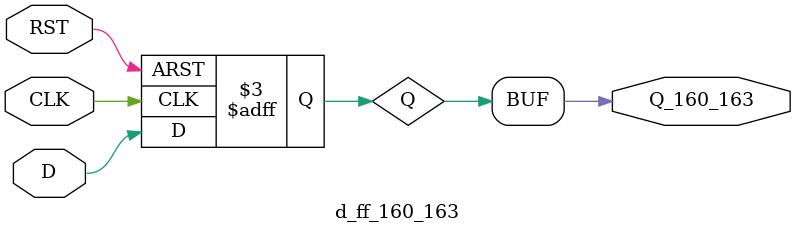
<source format=v>
`timescale 1ns / 1ps

// Pranav Unkule 160, Ruturaj Javeri 163

module d_ff_160_163(
    input D,
    output Q_160_163,
    input CLK,
    input RST
    );

reg Q; // output Q 
always @(posedge CLK or posedge RST) 
begin
 if(RST==1'b1)
  Q <= 1'b0; 
 else 
  Q <= D; 
end 
assign Q_160_163 = Q;
endmodule

</source>
